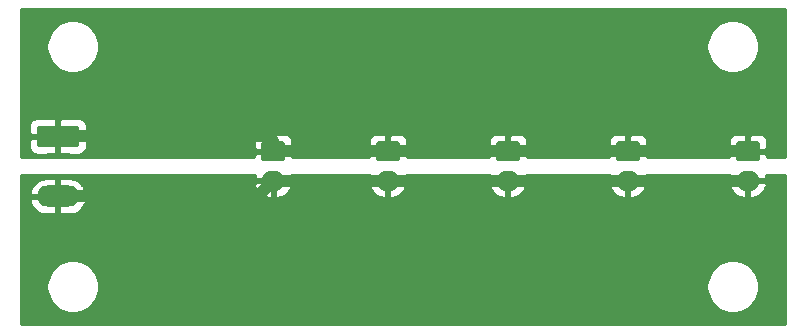
<source format=gbr>
G04 #@! TF.GenerationSoftware,KiCad,Pcbnew,5.1.5*
G04 #@! TF.CreationDate,2019-11-23T16:08:54+01:00*
G04 #@! TF.ProjectId,powerbar,706f7765-7262-4617-922e-6b696361645f,rev?*
G04 #@! TF.SameCoordinates,Original*
G04 #@! TF.FileFunction,Copper,L2,Bot*
G04 #@! TF.FilePolarity,Positive*
%FSLAX46Y46*%
G04 Gerber Fmt 4.6, Leading zero omitted, Abs format (unit mm)*
G04 Created by KiCad (PCBNEW 5.1.5) date 2019-11-23 16:08:54*
%MOMM*%
%LPD*%
G04 APERTURE LIST*
%ADD10C,0.100000*%
%ADD11O,3.600000X1.800000*%
%ADD12O,2.000000X1.700000*%
%ADD13C,1.000000*%
%ADD14C,0.254000*%
G04 APERTURE END LIST*
G04 #@! TA.AperFunction,ComponentPad*
D10*
G36*
X117144504Y-518531204D02*
G01*
X117168773Y-518534804D01*
X117192571Y-518540765D01*
X117215671Y-518549030D01*
X117237849Y-518559520D01*
X117258893Y-518572133D01*
X117278598Y-518586747D01*
X117296777Y-518603223D01*
X117313253Y-518621402D01*
X117327867Y-518641107D01*
X117340480Y-518662151D01*
X117350970Y-518684329D01*
X117359235Y-518707429D01*
X117365196Y-518731227D01*
X117368796Y-518755496D01*
X117370000Y-518780000D01*
X117370000Y-520080000D01*
X117368796Y-520104504D01*
X117365196Y-520128773D01*
X117359235Y-520152571D01*
X117350970Y-520175671D01*
X117340480Y-520197849D01*
X117327867Y-520218893D01*
X117313253Y-520238598D01*
X117296777Y-520256777D01*
X117278598Y-520273253D01*
X117258893Y-520287867D01*
X117237849Y-520300480D01*
X117215671Y-520310970D01*
X117192571Y-520319235D01*
X117168773Y-520325196D01*
X117144504Y-520328796D01*
X117120000Y-520330000D01*
X114020000Y-520330000D01*
X113995496Y-520328796D01*
X113971227Y-520325196D01*
X113947429Y-520319235D01*
X113924329Y-520310970D01*
X113902151Y-520300480D01*
X113881107Y-520287867D01*
X113861402Y-520273253D01*
X113843223Y-520256777D01*
X113826747Y-520238598D01*
X113812133Y-520218893D01*
X113799520Y-520197849D01*
X113789030Y-520175671D01*
X113780765Y-520152571D01*
X113774804Y-520128773D01*
X113771204Y-520104504D01*
X113770000Y-520080000D01*
X113770000Y-518780000D01*
X113771204Y-518755496D01*
X113774804Y-518731227D01*
X113780765Y-518707429D01*
X113789030Y-518684329D01*
X113799520Y-518662151D01*
X113812133Y-518641107D01*
X113826747Y-518621402D01*
X113843223Y-518603223D01*
X113861402Y-518586747D01*
X113881107Y-518572133D01*
X113902151Y-518559520D01*
X113924329Y-518549030D01*
X113947429Y-518540765D01*
X113971227Y-518534804D01*
X113995496Y-518531204D01*
X114020000Y-518530000D01*
X117120000Y-518530000D01*
X117144504Y-518531204D01*
G37*
G04 #@! TD.AperFunction*
D11*
X115570000Y-524510000D03*
G04 #@! TA.AperFunction,ComponentPad*
D10*
G36*
X134559505Y-519851204D02*
G01*
X134583774Y-519854804D01*
X134607572Y-519860765D01*
X134630672Y-519869030D01*
X134652850Y-519879520D01*
X134673894Y-519892133D01*
X134693599Y-519906747D01*
X134711778Y-519923223D01*
X134728254Y-519941402D01*
X134742868Y-519961107D01*
X134755481Y-519982151D01*
X134765971Y-520004329D01*
X134774236Y-520027429D01*
X134780197Y-520051227D01*
X134783797Y-520075496D01*
X134785001Y-520100000D01*
X134785001Y-521300000D01*
X134783797Y-521324504D01*
X134780197Y-521348773D01*
X134774236Y-521372571D01*
X134765971Y-521395671D01*
X134755481Y-521417849D01*
X134742868Y-521438893D01*
X134728254Y-521458598D01*
X134711778Y-521476777D01*
X134693599Y-521493253D01*
X134673894Y-521507867D01*
X134652850Y-521520480D01*
X134630672Y-521530970D01*
X134607572Y-521539235D01*
X134583774Y-521545196D01*
X134559505Y-521548796D01*
X134535001Y-521550000D01*
X133035001Y-521550000D01*
X133010497Y-521548796D01*
X132986228Y-521545196D01*
X132962430Y-521539235D01*
X132939330Y-521530970D01*
X132917152Y-521520480D01*
X132896108Y-521507867D01*
X132876403Y-521493253D01*
X132858224Y-521476777D01*
X132841748Y-521458598D01*
X132827134Y-521438893D01*
X132814521Y-521417849D01*
X132804031Y-521395671D01*
X132795766Y-521372571D01*
X132789805Y-521348773D01*
X132786205Y-521324504D01*
X132785001Y-521300000D01*
X132785001Y-520100000D01*
X132786205Y-520075496D01*
X132789805Y-520051227D01*
X132795766Y-520027429D01*
X132804031Y-520004329D01*
X132814521Y-519982151D01*
X132827134Y-519961107D01*
X132841748Y-519941402D01*
X132858224Y-519923223D01*
X132876403Y-519906747D01*
X132896108Y-519892133D01*
X132917152Y-519879520D01*
X132939330Y-519869030D01*
X132962430Y-519860765D01*
X132986228Y-519854804D01*
X133010497Y-519851204D01*
X133035001Y-519850000D01*
X134535001Y-519850000D01*
X134559505Y-519851204D01*
G37*
G04 #@! TD.AperFunction*
D12*
X133785001Y-523200000D03*
X143510000Y-523200000D03*
G04 #@! TA.AperFunction,ComponentPad*
D10*
G36*
X144284504Y-519851204D02*
G01*
X144308773Y-519854804D01*
X144332571Y-519860765D01*
X144355671Y-519869030D01*
X144377849Y-519879520D01*
X144398893Y-519892133D01*
X144418598Y-519906747D01*
X144436777Y-519923223D01*
X144453253Y-519941402D01*
X144467867Y-519961107D01*
X144480480Y-519982151D01*
X144490970Y-520004329D01*
X144499235Y-520027429D01*
X144505196Y-520051227D01*
X144508796Y-520075496D01*
X144510000Y-520100000D01*
X144510000Y-521300000D01*
X144508796Y-521324504D01*
X144505196Y-521348773D01*
X144499235Y-521372571D01*
X144490970Y-521395671D01*
X144480480Y-521417849D01*
X144467867Y-521438893D01*
X144453253Y-521458598D01*
X144436777Y-521476777D01*
X144418598Y-521493253D01*
X144398893Y-521507867D01*
X144377849Y-521520480D01*
X144355671Y-521530970D01*
X144332571Y-521539235D01*
X144308773Y-521545196D01*
X144284504Y-521548796D01*
X144260000Y-521550000D01*
X142760000Y-521550000D01*
X142735496Y-521548796D01*
X142711227Y-521545196D01*
X142687429Y-521539235D01*
X142664329Y-521530970D01*
X142642151Y-521520480D01*
X142621107Y-521507867D01*
X142601402Y-521493253D01*
X142583223Y-521476777D01*
X142566747Y-521458598D01*
X142552133Y-521438893D01*
X142539520Y-521417849D01*
X142529030Y-521395671D01*
X142520765Y-521372571D01*
X142514804Y-521348773D01*
X142511204Y-521324504D01*
X142510000Y-521300000D01*
X142510000Y-520100000D01*
X142511204Y-520075496D01*
X142514804Y-520051227D01*
X142520765Y-520027429D01*
X142529030Y-520004329D01*
X142539520Y-519982151D01*
X142552133Y-519961107D01*
X142566747Y-519941402D01*
X142583223Y-519923223D01*
X142601402Y-519906747D01*
X142621107Y-519892133D01*
X142642151Y-519879520D01*
X142664329Y-519869030D01*
X142687429Y-519860765D01*
X142711227Y-519854804D01*
X142735496Y-519851204D01*
X142760000Y-519850000D01*
X144260000Y-519850000D01*
X144284504Y-519851204D01*
G37*
G04 #@! TD.AperFunction*
G04 #@! TA.AperFunction,ComponentPad*
G36*
X154444504Y-519851204D02*
G01*
X154468773Y-519854804D01*
X154492571Y-519860765D01*
X154515671Y-519869030D01*
X154537849Y-519879520D01*
X154558893Y-519892133D01*
X154578598Y-519906747D01*
X154596777Y-519923223D01*
X154613253Y-519941402D01*
X154627867Y-519961107D01*
X154640480Y-519982151D01*
X154650970Y-520004329D01*
X154659235Y-520027429D01*
X154665196Y-520051227D01*
X154668796Y-520075496D01*
X154670000Y-520100000D01*
X154670000Y-521300000D01*
X154668796Y-521324504D01*
X154665196Y-521348773D01*
X154659235Y-521372571D01*
X154650970Y-521395671D01*
X154640480Y-521417849D01*
X154627867Y-521438893D01*
X154613253Y-521458598D01*
X154596777Y-521476777D01*
X154578598Y-521493253D01*
X154558893Y-521507867D01*
X154537849Y-521520480D01*
X154515671Y-521530970D01*
X154492571Y-521539235D01*
X154468773Y-521545196D01*
X154444504Y-521548796D01*
X154420000Y-521550000D01*
X152920000Y-521550000D01*
X152895496Y-521548796D01*
X152871227Y-521545196D01*
X152847429Y-521539235D01*
X152824329Y-521530970D01*
X152802151Y-521520480D01*
X152781107Y-521507867D01*
X152761402Y-521493253D01*
X152743223Y-521476777D01*
X152726747Y-521458598D01*
X152712133Y-521438893D01*
X152699520Y-521417849D01*
X152689030Y-521395671D01*
X152680765Y-521372571D01*
X152674804Y-521348773D01*
X152671204Y-521324504D01*
X152670000Y-521300000D01*
X152670000Y-520100000D01*
X152671204Y-520075496D01*
X152674804Y-520051227D01*
X152680765Y-520027429D01*
X152689030Y-520004329D01*
X152699520Y-519982151D01*
X152712133Y-519961107D01*
X152726747Y-519941402D01*
X152743223Y-519923223D01*
X152761402Y-519906747D01*
X152781107Y-519892133D01*
X152802151Y-519879520D01*
X152824329Y-519869030D01*
X152847429Y-519860765D01*
X152871227Y-519854804D01*
X152895496Y-519851204D01*
X152920000Y-519850000D01*
X154420000Y-519850000D01*
X154444504Y-519851204D01*
G37*
G04 #@! TD.AperFunction*
D12*
X153670000Y-523200000D03*
X163830000Y-523200000D03*
G04 #@! TA.AperFunction,ComponentPad*
D10*
G36*
X164604504Y-519851204D02*
G01*
X164628773Y-519854804D01*
X164652571Y-519860765D01*
X164675671Y-519869030D01*
X164697849Y-519879520D01*
X164718893Y-519892133D01*
X164738598Y-519906747D01*
X164756777Y-519923223D01*
X164773253Y-519941402D01*
X164787867Y-519961107D01*
X164800480Y-519982151D01*
X164810970Y-520004329D01*
X164819235Y-520027429D01*
X164825196Y-520051227D01*
X164828796Y-520075496D01*
X164830000Y-520100000D01*
X164830000Y-521300000D01*
X164828796Y-521324504D01*
X164825196Y-521348773D01*
X164819235Y-521372571D01*
X164810970Y-521395671D01*
X164800480Y-521417849D01*
X164787867Y-521438893D01*
X164773253Y-521458598D01*
X164756777Y-521476777D01*
X164738598Y-521493253D01*
X164718893Y-521507867D01*
X164697849Y-521520480D01*
X164675671Y-521530970D01*
X164652571Y-521539235D01*
X164628773Y-521545196D01*
X164604504Y-521548796D01*
X164580000Y-521550000D01*
X163080000Y-521550000D01*
X163055496Y-521548796D01*
X163031227Y-521545196D01*
X163007429Y-521539235D01*
X162984329Y-521530970D01*
X162962151Y-521520480D01*
X162941107Y-521507867D01*
X162921402Y-521493253D01*
X162903223Y-521476777D01*
X162886747Y-521458598D01*
X162872133Y-521438893D01*
X162859520Y-521417849D01*
X162849030Y-521395671D01*
X162840765Y-521372571D01*
X162834804Y-521348773D01*
X162831204Y-521324504D01*
X162830000Y-521300000D01*
X162830000Y-520100000D01*
X162831204Y-520075496D01*
X162834804Y-520051227D01*
X162840765Y-520027429D01*
X162849030Y-520004329D01*
X162859520Y-519982151D01*
X162872133Y-519961107D01*
X162886747Y-519941402D01*
X162903223Y-519923223D01*
X162921402Y-519906747D01*
X162941107Y-519892133D01*
X162962151Y-519879520D01*
X162984329Y-519869030D01*
X163007429Y-519860765D01*
X163031227Y-519854804D01*
X163055496Y-519851204D01*
X163080000Y-519850000D01*
X164580000Y-519850000D01*
X164604504Y-519851204D01*
G37*
G04 #@! TD.AperFunction*
G04 #@! TA.AperFunction,ComponentPad*
G36*
X174764504Y-519851204D02*
G01*
X174788773Y-519854804D01*
X174812571Y-519860765D01*
X174835671Y-519869030D01*
X174857849Y-519879520D01*
X174878893Y-519892133D01*
X174898598Y-519906747D01*
X174916777Y-519923223D01*
X174933253Y-519941402D01*
X174947867Y-519961107D01*
X174960480Y-519982151D01*
X174970970Y-520004329D01*
X174979235Y-520027429D01*
X174985196Y-520051227D01*
X174988796Y-520075496D01*
X174990000Y-520100000D01*
X174990000Y-521300000D01*
X174988796Y-521324504D01*
X174985196Y-521348773D01*
X174979235Y-521372571D01*
X174970970Y-521395671D01*
X174960480Y-521417849D01*
X174947867Y-521438893D01*
X174933253Y-521458598D01*
X174916777Y-521476777D01*
X174898598Y-521493253D01*
X174878893Y-521507867D01*
X174857849Y-521520480D01*
X174835671Y-521530970D01*
X174812571Y-521539235D01*
X174788773Y-521545196D01*
X174764504Y-521548796D01*
X174740000Y-521550000D01*
X173240000Y-521550000D01*
X173215496Y-521548796D01*
X173191227Y-521545196D01*
X173167429Y-521539235D01*
X173144329Y-521530970D01*
X173122151Y-521520480D01*
X173101107Y-521507867D01*
X173081402Y-521493253D01*
X173063223Y-521476777D01*
X173046747Y-521458598D01*
X173032133Y-521438893D01*
X173019520Y-521417849D01*
X173009030Y-521395671D01*
X173000765Y-521372571D01*
X172994804Y-521348773D01*
X172991204Y-521324504D01*
X172990000Y-521300000D01*
X172990000Y-520100000D01*
X172991204Y-520075496D01*
X172994804Y-520051227D01*
X173000765Y-520027429D01*
X173009030Y-520004329D01*
X173019520Y-519982151D01*
X173032133Y-519961107D01*
X173046747Y-519941402D01*
X173063223Y-519923223D01*
X173081402Y-519906747D01*
X173101107Y-519892133D01*
X173122151Y-519879520D01*
X173144329Y-519869030D01*
X173167429Y-519860765D01*
X173191227Y-519854804D01*
X173215496Y-519851204D01*
X173240000Y-519850000D01*
X174740000Y-519850000D01*
X174764504Y-519851204D01*
G37*
G04 #@! TD.AperFunction*
D12*
X173990000Y-523200000D03*
D13*
X133785001Y-519850000D02*
X133785001Y-520700000D01*
X133365001Y-519430000D02*
X133785001Y-519850000D01*
X115570000Y-519430000D02*
X133365001Y-519430000D01*
X133785001Y-520700000D02*
X143510000Y-520700000D01*
X143510000Y-520700000D02*
X153670000Y-520700000D01*
X153670000Y-520700000D02*
X163830000Y-520700000D01*
X163830000Y-520700000D02*
X173990000Y-520700000D01*
X132475001Y-524510000D02*
X133785001Y-523200000D01*
X115570000Y-524510000D02*
X132475001Y-524510000D01*
X133785001Y-523200000D02*
X143510000Y-523200000D01*
X143510000Y-523200000D02*
X153670000Y-523200000D01*
X153670000Y-523200000D02*
X163830000Y-523200000D01*
X163830000Y-523200000D02*
X173990000Y-523200000D01*
D14*
G36*
X132195447Y-522830739D02*
G01*
X132193525Y-522843110D01*
X132314846Y-523073000D01*
X133658001Y-523073000D01*
X133658001Y-523053000D01*
X133912001Y-523053000D01*
X133912001Y-523073000D01*
X135255156Y-523073000D01*
X135376477Y-522843110D01*
X135374555Y-522830739D01*
X135338594Y-522732000D01*
X141956407Y-522732000D01*
X141920446Y-522830739D01*
X141918524Y-522843110D01*
X142039845Y-523073000D01*
X143383000Y-523073000D01*
X143383000Y-523053000D01*
X143637000Y-523053000D01*
X143637000Y-523073000D01*
X144980155Y-523073000D01*
X145101476Y-522843110D01*
X145099554Y-522830739D01*
X145063593Y-522732000D01*
X152116407Y-522732000D01*
X152080446Y-522830739D01*
X152078524Y-522843110D01*
X152199845Y-523073000D01*
X153543000Y-523073000D01*
X153543000Y-523053000D01*
X153797000Y-523053000D01*
X153797000Y-523073000D01*
X155140155Y-523073000D01*
X155261476Y-522843110D01*
X155259554Y-522830739D01*
X155223593Y-522732000D01*
X162276407Y-522732000D01*
X162240446Y-522830739D01*
X162238524Y-522843110D01*
X162359845Y-523073000D01*
X163703000Y-523073000D01*
X163703000Y-523053000D01*
X163957000Y-523053000D01*
X163957000Y-523073000D01*
X165300155Y-523073000D01*
X165421476Y-522843110D01*
X165419554Y-522830739D01*
X165383593Y-522732000D01*
X172436407Y-522732000D01*
X172400446Y-522830739D01*
X172398524Y-522843110D01*
X172519845Y-523073000D01*
X173863000Y-523073000D01*
X173863000Y-523053000D01*
X174117000Y-523053000D01*
X174117000Y-523073000D01*
X175460155Y-523073000D01*
X175581476Y-522843110D01*
X175579554Y-522830739D01*
X175543593Y-522732000D01*
X177140001Y-522732000D01*
X177140001Y-535280000D01*
X112420000Y-535280000D01*
X112420000Y-531909872D01*
X114605000Y-531909872D01*
X114605000Y-532350128D01*
X114690890Y-532781925D01*
X114859369Y-533188669D01*
X115103962Y-533554729D01*
X115415271Y-533866038D01*
X115781331Y-534110631D01*
X116188075Y-534279110D01*
X116619872Y-534365000D01*
X117060128Y-534365000D01*
X117491925Y-534279110D01*
X117898669Y-534110631D01*
X118264729Y-533866038D01*
X118576038Y-533554729D01*
X118820631Y-533188669D01*
X118989110Y-532781925D01*
X119075000Y-532350128D01*
X119075000Y-531909872D01*
X170485000Y-531909872D01*
X170485000Y-532350128D01*
X170570890Y-532781925D01*
X170739369Y-533188669D01*
X170983962Y-533554729D01*
X171295271Y-533866038D01*
X171661331Y-534110631D01*
X172068075Y-534279110D01*
X172499872Y-534365000D01*
X172940128Y-534365000D01*
X173371925Y-534279110D01*
X173778669Y-534110631D01*
X174144729Y-533866038D01*
X174456038Y-533554729D01*
X174700631Y-533188669D01*
X174869110Y-532781925D01*
X174955000Y-532350128D01*
X174955000Y-531909872D01*
X174869110Y-531478075D01*
X174700631Y-531071331D01*
X174456038Y-530705271D01*
X174144729Y-530393962D01*
X173778669Y-530149369D01*
X173371925Y-529980890D01*
X172940128Y-529895000D01*
X172499872Y-529895000D01*
X172068075Y-529980890D01*
X171661331Y-530149369D01*
X171295271Y-530393962D01*
X170983962Y-530705271D01*
X170739369Y-531071331D01*
X170570890Y-531478075D01*
X170485000Y-531909872D01*
X119075000Y-531909872D01*
X118989110Y-531478075D01*
X118820631Y-531071331D01*
X118576038Y-530705271D01*
X118264729Y-530393962D01*
X117898669Y-530149369D01*
X117491925Y-529980890D01*
X117060128Y-529895000D01*
X116619872Y-529895000D01*
X116188075Y-529980890D01*
X115781331Y-530149369D01*
X115415271Y-530393962D01*
X115103962Y-530705271D01*
X114859369Y-531071331D01*
X114690890Y-531478075D01*
X114605000Y-531909872D01*
X112420000Y-531909872D01*
X112420000Y-524874740D01*
X113178964Y-524874740D01*
X113203245Y-524980087D01*
X113323138Y-525257204D01*
X113494790Y-525505606D01*
X113711604Y-525715748D01*
X113965249Y-525879554D01*
X114245977Y-525990729D01*
X114543000Y-526045000D01*
X115443000Y-526045000D01*
X115443000Y-524637000D01*
X115697000Y-524637000D01*
X115697000Y-526045000D01*
X116597000Y-526045000D01*
X116894023Y-525990729D01*
X117174751Y-525879554D01*
X117428396Y-525715748D01*
X117645210Y-525505606D01*
X117816862Y-525257204D01*
X117936755Y-524980087D01*
X117961036Y-524874740D01*
X117840378Y-524637000D01*
X115697000Y-524637000D01*
X115443000Y-524637000D01*
X113299622Y-524637000D01*
X113178964Y-524874740D01*
X112420000Y-524874740D01*
X112420000Y-524145260D01*
X113178964Y-524145260D01*
X113299622Y-524383000D01*
X115443000Y-524383000D01*
X115443000Y-522975000D01*
X115697000Y-522975000D01*
X115697000Y-524383000D01*
X117840378Y-524383000D01*
X117961036Y-524145260D01*
X117936755Y-524039913D01*
X117816862Y-523762796D01*
X117674576Y-523556890D01*
X132193525Y-523556890D01*
X132195447Y-523569261D01*
X132295147Y-523843009D01*
X132446337Y-524092046D01*
X132643206Y-524306802D01*
X132878189Y-524479025D01*
X133142256Y-524602096D01*
X133425259Y-524671285D01*
X133658001Y-524527232D01*
X133658001Y-523327000D01*
X133912001Y-523327000D01*
X133912001Y-524527232D01*
X134144743Y-524671285D01*
X134427746Y-524602096D01*
X134691813Y-524479025D01*
X134926796Y-524306802D01*
X135123665Y-524092046D01*
X135274855Y-523843009D01*
X135374555Y-523569261D01*
X135376477Y-523556890D01*
X141918524Y-523556890D01*
X141920446Y-523569261D01*
X142020146Y-523843009D01*
X142171336Y-524092046D01*
X142368205Y-524306802D01*
X142603188Y-524479025D01*
X142867255Y-524602096D01*
X143150258Y-524671285D01*
X143383000Y-524527232D01*
X143383000Y-523327000D01*
X143637000Y-523327000D01*
X143637000Y-524527232D01*
X143869742Y-524671285D01*
X144152745Y-524602096D01*
X144416812Y-524479025D01*
X144651795Y-524306802D01*
X144848664Y-524092046D01*
X144999854Y-523843009D01*
X145099554Y-523569261D01*
X145101476Y-523556890D01*
X152078524Y-523556890D01*
X152080446Y-523569261D01*
X152180146Y-523843009D01*
X152331336Y-524092046D01*
X152528205Y-524306802D01*
X152763188Y-524479025D01*
X153027255Y-524602096D01*
X153310258Y-524671285D01*
X153543000Y-524527232D01*
X153543000Y-523327000D01*
X153797000Y-523327000D01*
X153797000Y-524527232D01*
X154029742Y-524671285D01*
X154312745Y-524602096D01*
X154576812Y-524479025D01*
X154811795Y-524306802D01*
X155008664Y-524092046D01*
X155159854Y-523843009D01*
X155259554Y-523569261D01*
X155261476Y-523556890D01*
X162238524Y-523556890D01*
X162240446Y-523569261D01*
X162340146Y-523843009D01*
X162491336Y-524092046D01*
X162688205Y-524306802D01*
X162923188Y-524479025D01*
X163187255Y-524602096D01*
X163470258Y-524671285D01*
X163703000Y-524527232D01*
X163703000Y-523327000D01*
X163957000Y-523327000D01*
X163957000Y-524527232D01*
X164189742Y-524671285D01*
X164472745Y-524602096D01*
X164736812Y-524479025D01*
X164971795Y-524306802D01*
X165168664Y-524092046D01*
X165319854Y-523843009D01*
X165419554Y-523569261D01*
X165421476Y-523556890D01*
X172398524Y-523556890D01*
X172400446Y-523569261D01*
X172500146Y-523843009D01*
X172651336Y-524092046D01*
X172848205Y-524306802D01*
X173083188Y-524479025D01*
X173347255Y-524602096D01*
X173630258Y-524671285D01*
X173863000Y-524527232D01*
X173863000Y-523327000D01*
X174117000Y-523327000D01*
X174117000Y-524527232D01*
X174349742Y-524671285D01*
X174632745Y-524602096D01*
X174896812Y-524479025D01*
X175131795Y-524306802D01*
X175328664Y-524092046D01*
X175479854Y-523843009D01*
X175579554Y-523569261D01*
X175581476Y-523556890D01*
X175460155Y-523327000D01*
X174117000Y-523327000D01*
X173863000Y-523327000D01*
X172519845Y-523327000D01*
X172398524Y-523556890D01*
X165421476Y-523556890D01*
X165300155Y-523327000D01*
X163957000Y-523327000D01*
X163703000Y-523327000D01*
X162359845Y-523327000D01*
X162238524Y-523556890D01*
X155261476Y-523556890D01*
X155140155Y-523327000D01*
X153797000Y-523327000D01*
X153543000Y-523327000D01*
X152199845Y-523327000D01*
X152078524Y-523556890D01*
X145101476Y-523556890D01*
X144980155Y-523327000D01*
X143637000Y-523327000D01*
X143383000Y-523327000D01*
X142039845Y-523327000D01*
X141918524Y-523556890D01*
X135376477Y-523556890D01*
X135255156Y-523327000D01*
X133912001Y-523327000D01*
X133658001Y-523327000D01*
X132314846Y-523327000D01*
X132193525Y-523556890D01*
X117674576Y-523556890D01*
X117645210Y-523514394D01*
X117428396Y-523304252D01*
X117174751Y-523140446D01*
X116894023Y-523029271D01*
X116597000Y-522975000D01*
X115697000Y-522975000D01*
X115443000Y-522975000D01*
X114543000Y-522975000D01*
X114245977Y-523029271D01*
X113965249Y-523140446D01*
X113711604Y-523304252D01*
X113494790Y-523514394D01*
X113323138Y-523762796D01*
X113203245Y-524039913D01*
X113178964Y-524145260D01*
X112420000Y-524145260D01*
X112420000Y-522732000D01*
X132231408Y-522732000D01*
X132195447Y-522830739D01*
G37*
X132195447Y-522830739D02*
X132193525Y-522843110D01*
X132314846Y-523073000D01*
X133658001Y-523073000D01*
X133658001Y-523053000D01*
X133912001Y-523053000D01*
X133912001Y-523073000D01*
X135255156Y-523073000D01*
X135376477Y-522843110D01*
X135374555Y-522830739D01*
X135338594Y-522732000D01*
X141956407Y-522732000D01*
X141920446Y-522830739D01*
X141918524Y-522843110D01*
X142039845Y-523073000D01*
X143383000Y-523073000D01*
X143383000Y-523053000D01*
X143637000Y-523053000D01*
X143637000Y-523073000D01*
X144980155Y-523073000D01*
X145101476Y-522843110D01*
X145099554Y-522830739D01*
X145063593Y-522732000D01*
X152116407Y-522732000D01*
X152080446Y-522830739D01*
X152078524Y-522843110D01*
X152199845Y-523073000D01*
X153543000Y-523073000D01*
X153543000Y-523053000D01*
X153797000Y-523053000D01*
X153797000Y-523073000D01*
X155140155Y-523073000D01*
X155261476Y-522843110D01*
X155259554Y-522830739D01*
X155223593Y-522732000D01*
X162276407Y-522732000D01*
X162240446Y-522830739D01*
X162238524Y-522843110D01*
X162359845Y-523073000D01*
X163703000Y-523073000D01*
X163703000Y-523053000D01*
X163957000Y-523053000D01*
X163957000Y-523073000D01*
X165300155Y-523073000D01*
X165421476Y-522843110D01*
X165419554Y-522830739D01*
X165383593Y-522732000D01*
X172436407Y-522732000D01*
X172400446Y-522830739D01*
X172398524Y-522843110D01*
X172519845Y-523073000D01*
X173863000Y-523073000D01*
X173863000Y-523053000D01*
X174117000Y-523053000D01*
X174117000Y-523073000D01*
X175460155Y-523073000D01*
X175581476Y-522843110D01*
X175579554Y-522830739D01*
X175543593Y-522732000D01*
X177140001Y-522732000D01*
X177140001Y-535280000D01*
X112420000Y-535280000D01*
X112420000Y-531909872D01*
X114605000Y-531909872D01*
X114605000Y-532350128D01*
X114690890Y-532781925D01*
X114859369Y-533188669D01*
X115103962Y-533554729D01*
X115415271Y-533866038D01*
X115781331Y-534110631D01*
X116188075Y-534279110D01*
X116619872Y-534365000D01*
X117060128Y-534365000D01*
X117491925Y-534279110D01*
X117898669Y-534110631D01*
X118264729Y-533866038D01*
X118576038Y-533554729D01*
X118820631Y-533188669D01*
X118989110Y-532781925D01*
X119075000Y-532350128D01*
X119075000Y-531909872D01*
X170485000Y-531909872D01*
X170485000Y-532350128D01*
X170570890Y-532781925D01*
X170739369Y-533188669D01*
X170983962Y-533554729D01*
X171295271Y-533866038D01*
X171661331Y-534110631D01*
X172068075Y-534279110D01*
X172499872Y-534365000D01*
X172940128Y-534365000D01*
X173371925Y-534279110D01*
X173778669Y-534110631D01*
X174144729Y-533866038D01*
X174456038Y-533554729D01*
X174700631Y-533188669D01*
X174869110Y-532781925D01*
X174955000Y-532350128D01*
X174955000Y-531909872D01*
X174869110Y-531478075D01*
X174700631Y-531071331D01*
X174456038Y-530705271D01*
X174144729Y-530393962D01*
X173778669Y-530149369D01*
X173371925Y-529980890D01*
X172940128Y-529895000D01*
X172499872Y-529895000D01*
X172068075Y-529980890D01*
X171661331Y-530149369D01*
X171295271Y-530393962D01*
X170983962Y-530705271D01*
X170739369Y-531071331D01*
X170570890Y-531478075D01*
X170485000Y-531909872D01*
X119075000Y-531909872D01*
X118989110Y-531478075D01*
X118820631Y-531071331D01*
X118576038Y-530705271D01*
X118264729Y-530393962D01*
X117898669Y-530149369D01*
X117491925Y-529980890D01*
X117060128Y-529895000D01*
X116619872Y-529895000D01*
X116188075Y-529980890D01*
X115781331Y-530149369D01*
X115415271Y-530393962D01*
X115103962Y-530705271D01*
X114859369Y-531071331D01*
X114690890Y-531478075D01*
X114605000Y-531909872D01*
X112420000Y-531909872D01*
X112420000Y-524874740D01*
X113178964Y-524874740D01*
X113203245Y-524980087D01*
X113323138Y-525257204D01*
X113494790Y-525505606D01*
X113711604Y-525715748D01*
X113965249Y-525879554D01*
X114245977Y-525990729D01*
X114543000Y-526045000D01*
X115443000Y-526045000D01*
X115443000Y-524637000D01*
X115697000Y-524637000D01*
X115697000Y-526045000D01*
X116597000Y-526045000D01*
X116894023Y-525990729D01*
X117174751Y-525879554D01*
X117428396Y-525715748D01*
X117645210Y-525505606D01*
X117816862Y-525257204D01*
X117936755Y-524980087D01*
X117961036Y-524874740D01*
X117840378Y-524637000D01*
X115697000Y-524637000D01*
X115443000Y-524637000D01*
X113299622Y-524637000D01*
X113178964Y-524874740D01*
X112420000Y-524874740D01*
X112420000Y-524145260D01*
X113178964Y-524145260D01*
X113299622Y-524383000D01*
X115443000Y-524383000D01*
X115443000Y-522975000D01*
X115697000Y-522975000D01*
X115697000Y-524383000D01*
X117840378Y-524383000D01*
X117961036Y-524145260D01*
X117936755Y-524039913D01*
X117816862Y-523762796D01*
X117674576Y-523556890D01*
X132193525Y-523556890D01*
X132195447Y-523569261D01*
X132295147Y-523843009D01*
X132446337Y-524092046D01*
X132643206Y-524306802D01*
X132878189Y-524479025D01*
X133142256Y-524602096D01*
X133425259Y-524671285D01*
X133658001Y-524527232D01*
X133658001Y-523327000D01*
X133912001Y-523327000D01*
X133912001Y-524527232D01*
X134144743Y-524671285D01*
X134427746Y-524602096D01*
X134691813Y-524479025D01*
X134926796Y-524306802D01*
X135123665Y-524092046D01*
X135274855Y-523843009D01*
X135374555Y-523569261D01*
X135376477Y-523556890D01*
X141918524Y-523556890D01*
X141920446Y-523569261D01*
X142020146Y-523843009D01*
X142171336Y-524092046D01*
X142368205Y-524306802D01*
X142603188Y-524479025D01*
X142867255Y-524602096D01*
X143150258Y-524671285D01*
X143383000Y-524527232D01*
X143383000Y-523327000D01*
X143637000Y-523327000D01*
X143637000Y-524527232D01*
X143869742Y-524671285D01*
X144152745Y-524602096D01*
X144416812Y-524479025D01*
X144651795Y-524306802D01*
X144848664Y-524092046D01*
X144999854Y-523843009D01*
X145099554Y-523569261D01*
X145101476Y-523556890D01*
X152078524Y-523556890D01*
X152080446Y-523569261D01*
X152180146Y-523843009D01*
X152331336Y-524092046D01*
X152528205Y-524306802D01*
X152763188Y-524479025D01*
X153027255Y-524602096D01*
X153310258Y-524671285D01*
X153543000Y-524527232D01*
X153543000Y-523327000D01*
X153797000Y-523327000D01*
X153797000Y-524527232D01*
X154029742Y-524671285D01*
X154312745Y-524602096D01*
X154576812Y-524479025D01*
X154811795Y-524306802D01*
X155008664Y-524092046D01*
X155159854Y-523843009D01*
X155259554Y-523569261D01*
X155261476Y-523556890D01*
X162238524Y-523556890D01*
X162240446Y-523569261D01*
X162340146Y-523843009D01*
X162491336Y-524092046D01*
X162688205Y-524306802D01*
X162923188Y-524479025D01*
X163187255Y-524602096D01*
X163470258Y-524671285D01*
X163703000Y-524527232D01*
X163703000Y-523327000D01*
X163957000Y-523327000D01*
X163957000Y-524527232D01*
X164189742Y-524671285D01*
X164472745Y-524602096D01*
X164736812Y-524479025D01*
X164971795Y-524306802D01*
X165168664Y-524092046D01*
X165319854Y-523843009D01*
X165419554Y-523569261D01*
X165421476Y-523556890D01*
X172398524Y-523556890D01*
X172400446Y-523569261D01*
X172500146Y-523843009D01*
X172651336Y-524092046D01*
X172848205Y-524306802D01*
X173083188Y-524479025D01*
X173347255Y-524602096D01*
X173630258Y-524671285D01*
X173863000Y-524527232D01*
X173863000Y-523327000D01*
X174117000Y-523327000D01*
X174117000Y-524527232D01*
X174349742Y-524671285D01*
X174632745Y-524602096D01*
X174896812Y-524479025D01*
X175131795Y-524306802D01*
X175328664Y-524092046D01*
X175479854Y-523843009D01*
X175579554Y-523569261D01*
X175581476Y-523556890D01*
X175460155Y-523327000D01*
X174117000Y-523327000D01*
X173863000Y-523327000D01*
X172519845Y-523327000D01*
X172398524Y-523556890D01*
X165421476Y-523556890D01*
X165300155Y-523327000D01*
X163957000Y-523327000D01*
X163703000Y-523327000D01*
X162359845Y-523327000D01*
X162238524Y-523556890D01*
X155261476Y-523556890D01*
X155140155Y-523327000D01*
X153797000Y-523327000D01*
X153543000Y-523327000D01*
X152199845Y-523327000D01*
X152078524Y-523556890D01*
X145101476Y-523556890D01*
X144980155Y-523327000D01*
X143637000Y-523327000D01*
X143383000Y-523327000D01*
X142039845Y-523327000D01*
X141918524Y-523556890D01*
X135376477Y-523556890D01*
X135255156Y-523327000D01*
X133912001Y-523327000D01*
X133658001Y-523327000D01*
X132314846Y-523327000D01*
X132193525Y-523556890D01*
X117674576Y-523556890D01*
X117645210Y-523514394D01*
X117428396Y-523304252D01*
X117174751Y-523140446D01*
X116894023Y-523029271D01*
X116597000Y-522975000D01*
X115697000Y-522975000D01*
X115443000Y-522975000D01*
X114543000Y-522975000D01*
X114245977Y-523029271D01*
X113965249Y-523140446D01*
X113711604Y-523304252D01*
X113494790Y-523514394D01*
X113323138Y-523762796D01*
X113203245Y-524039913D01*
X113178964Y-524145260D01*
X112420000Y-524145260D01*
X112420000Y-522732000D01*
X132231408Y-522732000D01*
X132195447Y-522830739D01*
G36*
X177140000Y-521208000D02*
G01*
X175626210Y-521208000D01*
X175625000Y-520985750D01*
X175466250Y-520827000D01*
X174117000Y-520827000D01*
X174117000Y-520847000D01*
X173863000Y-520847000D01*
X173863000Y-520827000D01*
X172513750Y-520827000D01*
X172355000Y-520985750D01*
X172353790Y-521208000D01*
X165466210Y-521208000D01*
X165465000Y-520985750D01*
X165306250Y-520827000D01*
X163957000Y-520827000D01*
X163957000Y-520847000D01*
X163703000Y-520847000D01*
X163703000Y-520827000D01*
X162353750Y-520827000D01*
X162195000Y-520985750D01*
X162193790Y-521208000D01*
X155306210Y-521208000D01*
X155305000Y-520985750D01*
X155146250Y-520827000D01*
X153797000Y-520827000D01*
X153797000Y-520847000D01*
X153543000Y-520847000D01*
X153543000Y-520827000D01*
X152193750Y-520827000D01*
X152035000Y-520985750D01*
X152033790Y-521208000D01*
X145146210Y-521208000D01*
X145145000Y-520985750D01*
X144986250Y-520827000D01*
X143637000Y-520827000D01*
X143637000Y-520847000D01*
X143383000Y-520847000D01*
X143383000Y-520827000D01*
X142033750Y-520827000D01*
X141875000Y-520985750D01*
X141873790Y-521208000D01*
X135421211Y-521208000D01*
X135420001Y-520985750D01*
X135261251Y-520827000D01*
X133912001Y-520827000D01*
X133912001Y-520847000D01*
X133658001Y-520847000D01*
X133658001Y-520827000D01*
X132308751Y-520827000D01*
X132150001Y-520985750D01*
X132148791Y-521208000D01*
X112420000Y-521208000D01*
X112420000Y-520330000D01*
X113131928Y-520330000D01*
X113144188Y-520454482D01*
X113180498Y-520574180D01*
X113239463Y-520684494D01*
X113318815Y-520781185D01*
X113415506Y-520860537D01*
X113525820Y-520919502D01*
X113645518Y-520955812D01*
X113770000Y-520968072D01*
X115284250Y-520965000D01*
X115443000Y-520806250D01*
X115443000Y-519557000D01*
X115697000Y-519557000D01*
X115697000Y-520806250D01*
X115855750Y-520965000D01*
X117370000Y-520968072D01*
X117494482Y-520955812D01*
X117614180Y-520919502D01*
X117724494Y-520860537D01*
X117821185Y-520781185D01*
X117900537Y-520684494D01*
X117959502Y-520574180D01*
X117995812Y-520454482D01*
X118008072Y-520330000D01*
X118005672Y-519850000D01*
X132146929Y-519850000D01*
X132150001Y-520414250D01*
X132308751Y-520573000D01*
X133658001Y-520573000D01*
X133658001Y-519373750D01*
X133912001Y-519373750D01*
X133912001Y-520573000D01*
X135261251Y-520573000D01*
X135420001Y-520414250D01*
X135423073Y-519850000D01*
X141871928Y-519850000D01*
X141875000Y-520414250D01*
X142033750Y-520573000D01*
X143383000Y-520573000D01*
X143383000Y-519373750D01*
X143637000Y-519373750D01*
X143637000Y-520573000D01*
X144986250Y-520573000D01*
X145145000Y-520414250D01*
X145148072Y-519850000D01*
X152031928Y-519850000D01*
X152035000Y-520414250D01*
X152193750Y-520573000D01*
X153543000Y-520573000D01*
X153543000Y-519373750D01*
X153797000Y-519373750D01*
X153797000Y-520573000D01*
X155146250Y-520573000D01*
X155305000Y-520414250D01*
X155308072Y-519850000D01*
X162191928Y-519850000D01*
X162195000Y-520414250D01*
X162353750Y-520573000D01*
X163703000Y-520573000D01*
X163703000Y-519373750D01*
X163957000Y-519373750D01*
X163957000Y-520573000D01*
X165306250Y-520573000D01*
X165465000Y-520414250D01*
X165468072Y-519850000D01*
X172351928Y-519850000D01*
X172355000Y-520414250D01*
X172513750Y-520573000D01*
X173863000Y-520573000D01*
X173863000Y-519373750D01*
X174117000Y-519373750D01*
X174117000Y-520573000D01*
X175466250Y-520573000D01*
X175625000Y-520414250D01*
X175628072Y-519850000D01*
X175615812Y-519725518D01*
X175579502Y-519605820D01*
X175520537Y-519495506D01*
X175441185Y-519398815D01*
X175344494Y-519319463D01*
X175234180Y-519260498D01*
X175114482Y-519224188D01*
X174990000Y-519211928D01*
X174275750Y-519215000D01*
X174117000Y-519373750D01*
X173863000Y-519373750D01*
X173704250Y-519215000D01*
X172990000Y-519211928D01*
X172865518Y-519224188D01*
X172745820Y-519260498D01*
X172635506Y-519319463D01*
X172538815Y-519398815D01*
X172459463Y-519495506D01*
X172400498Y-519605820D01*
X172364188Y-519725518D01*
X172351928Y-519850000D01*
X165468072Y-519850000D01*
X165455812Y-519725518D01*
X165419502Y-519605820D01*
X165360537Y-519495506D01*
X165281185Y-519398815D01*
X165184494Y-519319463D01*
X165074180Y-519260498D01*
X164954482Y-519224188D01*
X164830000Y-519211928D01*
X164115750Y-519215000D01*
X163957000Y-519373750D01*
X163703000Y-519373750D01*
X163544250Y-519215000D01*
X162830000Y-519211928D01*
X162705518Y-519224188D01*
X162585820Y-519260498D01*
X162475506Y-519319463D01*
X162378815Y-519398815D01*
X162299463Y-519495506D01*
X162240498Y-519605820D01*
X162204188Y-519725518D01*
X162191928Y-519850000D01*
X155308072Y-519850000D01*
X155295812Y-519725518D01*
X155259502Y-519605820D01*
X155200537Y-519495506D01*
X155121185Y-519398815D01*
X155024494Y-519319463D01*
X154914180Y-519260498D01*
X154794482Y-519224188D01*
X154670000Y-519211928D01*
X153955750Y-519215000D01*
X153797000Y-519373750D01*
X153543000Y-519373750D01*
X153384250Y-519215000D01*
X152670000Y-519211928D01*
X152545518Y-519224188D01*
X152425820Y-519260498D01*
X152315506Y-519319463D01*
X152218815Y-519398815D01*
X152139463Y-519495506D01*
X152080498Y-519605820D01*
X152044188Y-519725518D01*
X152031928Y-519850000D01*
X145148072Y-519850000D01*
X145135812Y-519725518D01*
X145099502Y-519605820D01*
X145040537Y-519495506D01*
X144961185Y-519398815D01*
X144864494Y-519319463D01*
X144754180Y-519260498D01*
X144634482Y-519224188D01*
X144510000Y-519211928D01*
X143795750Y-519215000D01*
X143637000Y-519373750D01*
X143383000Y-519373750D01*
X143224250Y-519215000D01*
X142510000Y-519211928D01*
X142385518Y-519224188D01*
X142265820Y-519260498D01*
X142155506Y-519319463D01*
X142058815Y-519398815D01*
X141979463Y-519495506D01*
X141920498Y-519605820D01*
X141884188Y-519725518D01*
X141871928Y-519850000D01*
X135423073Y-519850000D01*
X135410813Y-519725518D01*
X135374503Y-519605820D01*
X135315538Y-519495506D01*
X135236186Y-519398815D01*
X135139495Y-519319463D01*
X135029181Y-519260498D01*
X134909483Y-519224188D01*
X134785001Y-519211928D01*
X134070751Y-519215000D01*
X133912001Y-519373750D01*
X133658001Y-519373750D01*
X133499251Y-519215000D01*
X132785001Y-519211928D01*
X132660519Y-519224188D01*
X132540821Y-519260498D01*
X132430507Y-519319463D01*
X132333816Y-519398815D01*
X132254464Y-519495506D01*
X132195499Y-519605820D01*
X132159189Y-519725518D01*
X132146929Y-519850000D01*
X118005672Y-519850000D01*
X118005000Y-519715750D01*
X117846250Y-519557000D01*
X115697000Y-519557000D01*
X115443000Y-519557000D01*
X113293750Y-519557000D01*
X113135000Y-519715750D01*
X113131928Y-520330000D01*
X112420000Y-520330000D01*
X112420000Y-518530000D01*
X113131928Y-518530000D01*
X113135000Y-519144250D01*
X113293750Y-519303000D01*
X115443000Y-519303000D01*
X115443000Y-518053750D01*
X115697000Y-518053750D01*
X115697000Y-519303000D01*
X117846250Y-519303000D01*
X118005000Y-519144250D01*
X118008072Y-518530000D01*
X117995812Y-518405518D01*
X117959502Y-518285820D01*
X117900537Y-518175506D01*
X117821185Y-518078815D01*
X117724494Y-517999463D01*
X117614180Y-517940498D01*
X117494482Y-517904188D01*
X117370000Y-517891928D01*
X115855750Y-517895000D01*
X115697000Y-518053750D01*
X115443000Y-518053750D01*
X115284250Y-517895000D01*
X113770000Y-517891928D01*
X113645518Y-517904188D01*
X113525820Y-517940498D01*
X113415506Y-517999463D01*
X113318815Y-518078815D01*
X113239463Y-518175506D01*
X113180498Y-518285820D01*
X113144188Y-518405518D01*
X113131928Y-518530000D01*
X112420000Y-518530000D01*
X112420000Y-511589872D01*
X114605000Y-511589872D01*
X114605000Y-512030128D01*
X114690890Y-512461925D01*
X114859369Y-512868669D01*
X115103962Y-513234729D01*
X115415271Y-513546038D01*
X115781331Y-513790631D01*
X116188075Y-513959110D01*
X116619872Y-514045000D01*
X117060128Y-514045000D01*
X117491925Y-513959110D01*
X117898669Y-513790631D01*
X118264729Y-513546038D01*
X118576038Y-513234729D01*
X118820631Y-512868669D01*
X118989110Y-512461925D01*
X119075000Y-512030128D01*
X119075000Y-511589872D01*
X170485000Y-511589872D01*
X170485000Y-512030128D01*
X170570890Y-512461925D01*
X170739369Y-512868669D01*
X170983962Y-513234729D01*
X171295271Y-513546038D01*
X171661331Y-513790631D01*
X172068075Y-513959110D01*
X172499872Y-514045000D01*
X172940128Y-514045000D01*
X173371925Y-513959110D01*
X173778669Y-513790631D01*
X174144729Y-513546038D01*
X174456038Y-513234729D01*
X174700631Y-512868669D01*
X174869110Y-512461925D01*
X174955000Y-512030128D01*
X174955000Y-511589872D01*
X174869110Y-511158075D01*
X174700631Y-510751331D01*
X174456038Y-510385271D01*
X174144729Y-510073962D01*
X173778669Y-509829369D01*
X173371925Y-509660890D01*
X172940128Y-509575000D01*
X172499872Y-509575000D01*
X172068075Y-509660890D01*
X171661331Y-509829369D01*
X171295271Y-510073962D01*
X170983962Y-510385271D01*
X170739369Y-510751331D01*
X170570890Y-511158075D01*
X170485000Y-511589872D01*
X119075000Y-511589872D01*
X118989110Y-511158075D01*
X118820631Y-510751331D01*
X118576038Y-510385271D01*
X118264729Y-510073962D01*
X117898669Y-509829369D01*
X117491925Y-509660890D01*
X117060128Y-509575000D01*
X116619872Y-509575000D01*
X116188075Y-509660890D01*
X115781331Y-509829369D01*
X115415271Y-510073962D01*
X115103962Y-510385271D01*
X114859369Y-510751331D01*
X114690890Y-511158075D01*
X114605000Y-511589872D01*
X112420000Y-511589872D01*
X112420000Y-508660000D01*
X177140000Y-508660000D01*
X177140000Y-521208000D01*
G37*
X177140000Y-521208000D02*
X175626210Y-521208000D01*
X175625000Y-520985750D01*
X175466250Y-520827000D01*
X174117000Y-520827000D01*
X174117000Y-520847000D01*
X173863000Y-520847000D01*
X173863000Y-520827000D01*
X172513750Y-520827000D01*
X172355000Y-520985750D01*
X172353790Y-521208000D01*
X165466210Y-521208000D01*
X165465000Y-520985750D01*
X165306250Y-520827000D01*
X163957000Y-520827000D01*
X163957000Y-520847000D01*
X163703000Y-520847000D01*
X163703000Y-520827000D01*
X162353750Y-520827000D01*
X162195000Y-520985750D01*
X162193790Y-521208000D01*
X155306210Y-521208000D01*
X155305000Y-520985750D01*
X155146250Y-520827000D01*
X153797000Y-520827000D01*
X153797000Y-520847000D01*
X153543000Y-520847000D01*
X153543000Y-520827000D01*
X152193750Y-520827000D01*
X152035000Y-520985750D01*
X152033790Y-521208000D01*
X145146210Y-521208000D01*
X145145000Y-520985750D01*
X144986250Y-520827000D01*
X143637000Y-520827000D01*
X143637000Y-520847000D01*
X143383000Y-520847000D01*
X143383000Y-520827000D01*
X142033750Y-520827000D01*
X141875000Y-520985750D01*
X141873790Y-521208000D01*
X135421211Y-521208000D01*
X135420001Y-520985750D01*
X135261251Y-520827000D01*
X133912001Y-520827000D01*
X133912001Y-520847000D01*
X133658001Y-520847000D01*
X133658001Y-520827000D01*
X132308751Y-520827000D01*
X132150001Y-520985750D01*
X132148791Y-521208000D01*
X112420000Y-521208000D01*
X112420000Y-520330000D01*
X113131928Y-520330000D01*
X113144188Y-520454482D01*
X113180498Y-520574180D01*
X113239463Y-520684494D01*
X113318815Y-520781185D01*
X113415506Y-520860537D01*
X113525820Y-520919502D01*
X113645518Y-520955812D01*
X113770000Y-520968072D01*
X115284250Y-520965000D01*
X115443000Y-520806250D01*
X115443000Y-519557000D01*
X115697000Y-519557000D01*
X115697000Y-520806250D01*
X115855750Y-520965000D01*
X117370000Y-520968072D01*
X117494482Y-520955812D01*
X117614180Y-520919502D01*
X117724494Y-520860537D01*
X117821185Y-520781185D01*
X117900537Y-520684494D01*
X117959502Y-520574180D01*
X117995812Y-520454482D01*
X118008072Y-520330000D01*
X118005672Y-519850000D01*
X132146929Y-519850000D01*
X132150001Y-520414250D01*
X132308751Y-520573000D01*
X133658001Y-520573000D01*
X133658001Y-519373750D01*
X133912001Y-519373750D01*
X133912001Y-520573000D01*
X135261251Y-520573000D01*
X135420001Y-520414250D01*
X135423073Y-519850000D01*
X141871928Y-519850000D01*
X141875000Y-520414250D01*
X142033750Y-520573000D01*
X143383000Y-520573000D01*
X143383000Y-519373750D01*
X143637000Y-519373750D01*
X143637000Y-520573000D01*
X144986250Y-520573000D01*
X145145000Y-520414250D01*
X145148072Y-519850000D01*
X152031928Y-519850000D01*
X152035000Y-520414250D01*
X152193750Y-520573000D01*
X153543000Y-520573000D01*
X153543000Y-519373750D01*
X153797000Y-519373750D01*
X153797000Y-520573000D01*
X155146250Y-520573000D01*
X155305000Y-520414250D01*
X155308072Y-519850000D01*
X162191928Y-519850000D01*
X162195000Y-520414250D01*
X162353750Y-520573000D01*
X163703000Y-520573000D01*
X163703000Y-519373750D01*
X163957000Y-519373750D01*
X163957000Y-520573000D01*
X165306250Y-520573000D01*
X165465000Y-520414250D01*
X165468072Y-519850000D01*
X172351928Y-519850000D01*
X172355000Y-520414250D01*
X172513750Y-520573000D01*
X173863000Y-520573000D01*
X173863000Y-519373750D01*
X174117000Y-519373750D01*
X174117000Y-520573000D01*
X175466250Y-520573000D01*
X175625000Y-520414250D01*
X175628072Y-519850000D01*
X175615812Y-519725518D01*
X175579502Y-519605820D01*
X175520537Y-519495506D01*
X175441185Y-519398815D01*
X175344494Y-519319463D01*
X175234180Y-519260498D01*
X175114482Y-519224188D01*
X174990000Y-519211928D01*
X174275750Y-519215000D01*
X174117000Y-519373750D01*
X173863000Y-519373750D01*
X173704250Y-519215000D01*
X172990000Y-519211928D01*
X172865518Y-519224188D01*
X172745820Y-519260498D01*
X172635506Y-519319463D01*
X172538815Y-519398815D01*
X172459463Y-519495506D01*
X172400498Y-519605820D01*
X172364188Y-519725518D01*
X172351928Y-519850000D01*
X165468072Y-519850000D01*
X165455812Y-519725518D01*
X165419502Y-519605820D01*
X165360537Y-519495506D01*
X165281185Y-519398815D01*
X165184494Y-519319463D01*
X165074180Y-519260498D01*
X164954482Y-519224188D01*
X164830000Y-519211928D01*
X164115750Y-519215000D01*
X163957000Y-519373750D01*
X163703000Y-519373750D01*
X163544250Y-519215000D01*
X162830000Y-519211928D01*
X162705518Y-519224188D01*
X162585820Y-519260498D01*
X162475506Y-519319463D01*
X162378815Y-519398815D01*
X162299463Y-519495506D01*
X162240498Y-519605820D01*
X162204188Y-519725518D01*
X162191928Y-519850000D01*
X155308072Y-519850000D01*
X155295812Y-519725518D01*
X155259502Y-519605820D01*
X155200537Y-519495506D01*
X155121185Y-519398815D01*
X155024494Y-519319463D01*
X154914180Y-519260498D01*
X154794482Y-519224188D01*
X154670000Y-519211928D01*
X153955750Y-519215000D01*
X153797000Y-519373750D01*
X153543000Y-519373750D01*
X153384250Y-519215000D01*
X152670000Y-519211928D01*
X152545518Y-519224188D01*
X152425820Y-519260498D01*
X152315506Y-519319463D01*
X152218815Y-519398815D01*
X152139463Y-519495506D01*
X152080498Y-519605820D01*
X152044188Y-519725518D01*
X152031928Y-519850000D01*
X145148072Y-519850000D01*
X145135812Y-519725518D01*
X145099502Y-519605820D01*
X145040537Y-519495506D01*
X144961185Y-519398815D01*
X144864494Y-519319463D01*
X144754180Y-519260498D01*
X144634482Y-519224188D01*
X144510000Y-519211928D01*
X143795750Y-519215000D01*
X143637000Y-519373750D01*
X143383000Y-519373750D01*
X143224250Y-519215000D01*
X142510000Y-519211928D01*
X142385518Y-519224188D01*
X142265820Y-519260498D01*
X142155506Y-519319463D01*
X142058815Y-519398815D01*
X141979463Y-519495506D01*
X141920498Y-519605820D01*
X141884188Y-519725518D01*
X141871928Y-519850000D01*
X135423073Y-519850000D01*
X135410813Y-519725518D01*
X135374503Y-519605820D01*
X135315538Y-519495506D01*
X135236186Y-519398815D01*
X135139495Y-519319463D01*
X135029181Y-519260498D01*
X134909483Y-519224188D01*
X134785001Y-519211928D01*
X134070751Y-519215000D01*
X133912001Y-519373750D01*
X133658001Y-519373750D01*
X133499251Y-519215000D01*
X132785001Y-519211928D01*
X132660519Y-519224188D01*
X132540821Y-519260498D01*
X132430507Y-519319463D01*
X132333816Y-519398815D01*
X132254464Y-519495506D01*
X132195499Y-519605820D01*
X132159189Y-519725518D01*
X132146929Y-519850000D01*
X118005672Y-519850000D01*
X118005000Y-519715750D01*
X117846250Y-519557000D01*
X115697000Y-519557000D01*
X115443000Y-519557000D01*
X113293750Y-519557000D01*
X113135000Y-519715750D01*
X113131928Y-520330000D01*
X112420000Y-520330000D01*
X112420000Y-518530000D01*
X113131928Y-518530000D01*
X113135000Y-519144250D01*
X113293750Y-519303000D01*
X115443000Y-519303000D01*
X115443000Y-518053750D01*
X115697000Y-518053750D01*
X115697000Y-519303000D01*
X117846250Y-519303000D01*
X118005000Y-519144250D01*
X118008072Y-518530000D01*
X117995812Y-518405518D01*
X117959502Y-518285820D01*
X117900537Y-518175506D01*
X117821185Y-518078815D01*
X117724494Y-517999463D01*
X117614180Y-517940498D01*
X117494482Y-517904188D01*
X117370000Y-517891928D01*
X115855750Y-517895000D01*
X115697000Y-518053750D01*
X115443000Y-518053750D01*
X115284250Y-517895000D01*
X113770000Y-517891928D01*
X113645518Y-517904188D01*
X113525820Y-517940498D01*
X113415506Y-517999463D01*
X113318815Y-518078815D01*
X113239463Y-518175506D01*
X113180498Y-518285820D01*
X113144188Y-518405518D01*
X113131928Y-518530000D01*
X112420000Y-518530000D01*
X112420000Y-511589872D01*
X114605000Y-511589872D01*
X114605000Y-512030128D01*
X114690890Y-512461925D01*
X114859369Y-512868669D01*
X115103962Y-513234729D01*
X115415271Y-513546038D01*
X115781331Y-513790631D01*
X116188075Y-513959110D01*
X116619872Y-514045000D01*
X117060128Y-514045000D01*
X117491925Y-513959110D01*
X117898669Y-513790631D01*
X118264729Y-513546038D01*
X118576038Y-513234729D01*
X118820631Y-512868669D01*
X118989110Y-512461925D01*
X119075000Y-512030128D01*
X119075000Y-511589872D01*
X170485000Y-511589872D01*
X170485000Y-512030128D01*
X170570890Y-512461925D01*
X170739369Y-512868669D01*
X170983962Y-513234729D01*
X171295271Y-513546038D01*
X171661331Y-513790631D01*
X172068075Y-513959110D01*
X172499872Y-514045000D01*
X172940128Y-514045000D01*
X173371925Y-513959110D01*
X173778669Y-513790631D01*
X174144729Y-513546038D01*
X174456038Y-513234729D01*
X174700631Y-512868669D01*
X174869110Y-512461925D01*
X174955000Y-512030128D01*
X174955000Y-511589872D01*
X174869110Y-511158075D01*
X174700631Y-510751331D01*
X174456038Y-510385271D01*
X174144729Y-510073962D01*
X173778669Y-509829369D01*
X173371925Y-509660890D01*
X172940128Y-509575000D01*
X172499872Y-509575000D01*
X172068075Y-509660890D01*
X171661331Y-509829369D01*
X171295271Y-510073962D01*
X170983962Y-510385271D01*
X170739369Y-510751331D01*
X170570890Y-511158075D01*
X170485000Y-511589872D01*
X119075000Y-511589872D01*
X118989110Y-511158075D01*
X118820631Y-510751331D01*
X118576038Y-510385271D01*
X118264729Y-510073962D01*
X117898669Y-509829369D01*
X117491925Y-509660890D01*
X117060128Y-509575000D01*
X116619872Y-509575000D01*
X116188075Y-509660890D01*
X115781331Y-509829369D01*
X115415271Y-510073962D01*
X115103962Y-510385271D01*
X114859369Y-510751331D01*
X114690890Y-511158075D01*
X114605000Y-511589872D01*
X112420000Y-511589872D01*
X112420000Y-508660000D01*
X177140000Y-508660000D01*
X177140000Y-521208000D01*
M02*

</source>
